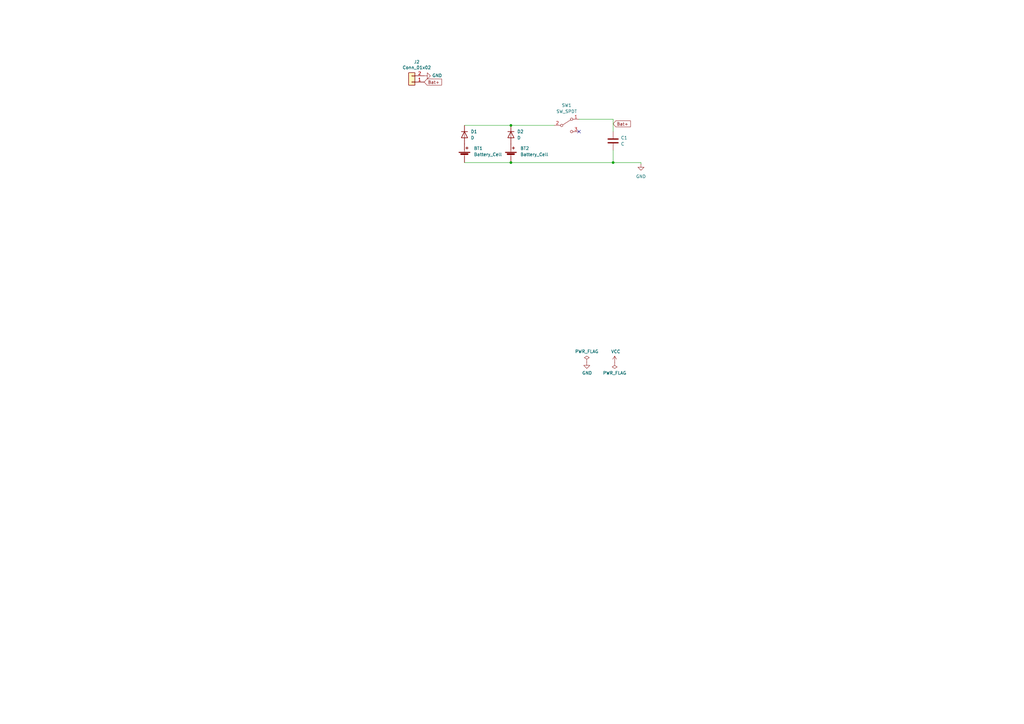
<source format=kicad_sch>
(kicad_sch (version 20211123) (generator eeschema)
  (paper "A3")
  (lib_symbols
    (symbol "Connector_Generic:Conn_01x02" (pin_names (offset 1.016) hide)
      (property "Reference" "J" (at 0 2.54 0))
      (property "Value" "Conn_01x02" (at 0 -5.08 0))
      (symbol "Conn_01x02_1_1"
        (rectangle (start -1.27 -2.413) (end 0 -2.667) (stroke (width 0.1524)))
        (rectangle (start -1.27 0.127) (end 0 -0.127) (stroke (width 0.1524)))
        (rectangle (start -1.27 1.27) (end 1.27 -3.81) (stroke (width 0.254)) (fill (type background)))
        (pin passive line (at -5.08 0 0) (length 3.81) (name "Pin_1") (number "1"))
        (pin passive line (at -5.08 -2.54 0) (length 3.81) (name "Pin_2") (number "2"))
      )
    )
    (symbol "Device:Battery_Cell" (pin_numbers hide) (pin_names (offset 0) hide)
      (property "Reference" "BT" (at 2.54 2.54 0))
      (property "Value" "Battery_Cell" (at 2.54 0 0))
      (symbol "Battery_Cell_0_1"
        (rectangle (start -2.286 1.778) (end 2.286 1.524) (fill (type outline)))
        (rectangle (start -1.5748 1.1938) (end 1.4732 0.6858) (fill (type outline)))
        (polyline (pts (xy 0 0.762) (xy 0 0)))
        (polyline (pts (xy 0 1.778) (xy 0 2.54)))
        (polyline (pts (xy 0.508 3.429) (xy 1.524 3.429)) (stroke (width 0.254)))
        (polyline (pts (xy 1.016 3.937) (xy 1.016 2.921)) (stroke (width 0.254)))
      )
      (symbol "Battery_Cell_1_1"
        (pin passive line (at 0 5.08 270) (length 2.54) (name "+") (number "1"))
        (pin passive line (at 0 -2.54 90) (length 2.54) (name "-") (number "2"))
      )
    )
    (symbol "Device:C" (pin_numbers hide) (pin_names (offset 0.254))
      (property "Reference" "C" (at 0.635 2.54 0))
      (property "Value" "C" (at 0.635 -2.54 0))
      (symbol "C_0_1"
        (polyline (pts (xy -2.032 -0.762) (xy 2.032 -0.762)) (stroke (width 0.508)))
        (polyline (pts (xy -2.032 0.762) (xy 2.032 0.762)) (stroke (width 0.508)))
      )
      (symbol "C_1_1"
        (pin passive line (at 0 3.81 270) (length 2.794) (name "~") (number "1"))
        (pin passive line (at 0 -3.81 90) (length 2.794) (name "~") (number "2"))
      )
    )
    (symbol "Device:D" (pin_numbers hide) (pin_names (offset 1.016) hide)
      (property "Reference" "D" (at 0 2.54 0))
      (property "Value" "D" (at 0 -2.54 0))
      (symbol "D_0_1"
        (polyline (pts (xy -1.27 1.27) (xy -1.27 -1.27)) (stroke (width 0.254)))
        (polyline (pts (xy 1.27 0) (xy -1.27 0)))
        (polyline (pts (xy 1.27 1.27) (xy 1.27 -1.27) (xy -1.27 0) (xy 1.27 1.27)) (stroke (width 0.254)))
      )
      (symbol "D_1_1"
        (pin passive line (at -3.81 0 0) (length 2.54) (name "K") (number "1"))
        (pin passive line (at 3.81 0 180) (length 2.54) (name "A") (number "2"))
      )
    )
    (symbol "Switch:SW_SPDT" (pin_names (offset 0) hide)
      (property "Reference" "SW" (at 0 4.318 0))
      (property "Value" "SW_SPDT" (at 0 -5.08 0))
      (symbol "SW_SPDT_0_0"
        (circle (center -2.032 0) (radius 0.508))
        (circle (center 2.032 -2.54) (radius 0.508))
      )
      (symbol "SW_SPDT_0_1"
        (polyline (pts (xy -1.524 0.254) (xy 1.651 2.286)))
        (circle (center 2.032 2.54) (radius 0.508))
      )
      (symbol "SW_SPDT_1_1"
        (pin passive line (at 5.08 2.54 180) (length 2.54) (name "A") (number "1"))
        (pin passive line (at -5.08 0 0) (length 2.54) (name "B") (number "2"))
        (pin passive line (at 5.08 -2.54 180) (length 2.54) (name "C") (number "3"))
      )
    )
    (symbol "power:GND" (power) (pin_names (offset 0))
      (property "Value" "GND" (at 0 -3.81 0))
      (symbol "GND_0_1"
        (polyline (pts (xy 0 0) (xy 0 -1.27) (xy 1.27 -1.27) (xy 0 -2.54) (xy -1.27 -1.27) (xy 0 -1.27)))
      )
      (symbol "GND_1_1"
        (pin power_in line (at 0 0 270) (length 0) hide (name "GND") (number "1"))
      )
    )
    (symbol "power:PWR_FLAG" (power) (pin_numbers hide) (pin_names (offset 0) hide)
      (property "Value" "PWR_FLAG" (at 0 3.81 0))
      (symbol "PWR_FLAG_0_0"
        (pin power_out line (at 0 0 90) (length 0) (name "pwr") (number "1"))
      )
      (symbol "PWR_FLAG_0_1"
        (polyline (pts (xy 0 0) (xy 0 1.27) (xy -1.016 1.905) (xy 0 2.54) (xy 1.016 1.905) (xy 0 1.27)))
      )
    )
    (symbol "power:VCC" (power) (pin_names (offset 0))
      (property "Value" "VCC" (at 0 3.81 0))
      (symbol "VCC_0_1"
        (polyline (pts (xy -0.762 1.27) (xy 0 2.54)))
        (polyline (pts (xy 0 0) (xy 0 2.54)))
        (polyline (pts (xy 0 2.54) (xy 0.762 1.27)))
      )
      (symbol "VCC_1_1"
        (pin power_in line (at 0 0 90) (length 0) hide (name "VCC") (number "1"))
      )
    )
  )
  (junction (at 209.55 66.675))
  (junction (at 251.46 66.675))
  (junction (at 209.55 51.435))
  (no_connect (at 237.49 53.975))
  (wire (pts (xy 251.46 48.895) (xy 251.46 53.975)))
  (wire (pts (xy 251.46 66.675) (xy 262.89 66.675)))
  (wire (pts (xy 237.49 48.895) (xy 251.46 48.895)))
  (wire (pts (xy 209.55 51.435) (xy 227.33 51.435)))
  (wire (pts (xy 190.5 66.675) (xy 209.55 66.675)))
  (wire (pts (xy 190.5 51.435) (xy 209.55 51.435)))
  (wire (pts (xy 262.89 66.675) (xy 262.89 67.31)))
  (wire (pts (xy 251.46 61.595) (xy 251.46 66.675)))
  (wire (pts (xy 209.55 66.675) (xy 251.46 66.675)))
  (global_label "Bat+" (shape input) (at 251.46 50.8 0) (property "Intersheet References" "${INTERSHEET_REFS}" (effects hide)))
  (global_label "Bat+" (shape input) (at 173.99 33.655 0) (property "Intersheet References" "${INTERSHEET_REFS}" (effects hide)))
  (symbol (lib_id "power:PWR_FLAG") (at 240.665 148.59 0) (unit 1)
    (property "Reference" "#FLG01" (effects hide))
    (property "Value" "PWR_FLAG" (at 240.665 144.1704 0))
  )
  (symbol (lib_id "power:PWR_FLAG") (at 252.095 148.59 180) (unit 1)
    (property "Reference" "#FLG02" (effects hide))
    (property "Value" "PWR_FLAG" (at 252.095 152.9842 0))
  )
  (symbol (lib_id "power:GND") (at 240.665 148.59 0) (unit 1)
    (property "Reference" "#PWR09" (effects hide))
    (property "Value" "GND" (at 240.792 152.9842 0))
  )
  (symbol (lib_id "power:VCC") (at 252.095 148.59 0) (unit 1)
    (property "Reference" "#PWR010" (effects hide))
    (property "Value" "VCC" (at 252.5268 144.1958 0))
  )
  (symbol (lib_id "Connector_Generic:Conn_01x02") (at 168.91 33.655 180) (unit 1)
    (property "Reference" "J2" (at 170.942 25.4 0))
    (property "Value" "Conn_01x02" (at 170.942 27.7114 0))
    (property "Footprint" "kbd_Parts:Battery_BMP_2pin" (effects hide))
  )
  (symbol (lib_id "power:GND") (at 173.99 31.115 90) (unit 1)
    (property "Reference" "#PWR08" (effects hide))
    (property "Value" "GND" (at 177.2412 30.988 90) (effects (justify right)))
  )
  (symbol (lib_id "Switch:SW_SPDT") (at 232.41 51.435 0) (unit 1)
    (property "Reference" "SW1" (at 232.41 43.18 0))
    (property "Value" "SW_SPDT" (at 232.41 45.72 0))
    (property "Footprint" "kbd_Parts:TGSW_MSK-12D19" (effects hide))
  )
  (symbol (lib_id "Device:D") (at 209.55 55.245 270) (unit 1)
    (property "Reference" "D2" (at 212.09 53.9749 90) (effects (justify left)))
    (property "Value" "D" (at 212.09 56.5149 90) (effects (justify left)))
    (property "Footprint" "kbd_Parts:Diode_SMD" (effects hide))
  )
  (symbol (lib_id "Device:Battery_Cell") (at 190.5 64.135 0) (unit 1)
    (property "Reference" "BT1" (at 194.31 60.8329 0) (effects (justify left)))
    (property "Value" "Battery_Cell" (at 194.31 63.3729 0) (effects (justify left)))
    (property "Footprint" "kbd_Parts:Battery_ali_CR1632" (effects hide))
  )
  (symbol (lib_id "Device:Battery_Cell") (at 209.55 64.135 0) (unit 1)
    (property "Reference" "BT2" (at 213.36 60.8329 0) (effects (justify left)))
    (property "Value" "Battery_Cell" (at 213.36 63.3729 0) (effects (justify left)))
    (property "Footprint" "kbd_Parts:Battery_ali_CR1632" (effects hide))
  )
  (symbol (lib_id "Device:D") (at 190.5 55.245 270) (unit 1)
    (property "Reference" "D1" (at 193.04 53.9749 90) (effects (justify left)))
    (property "Value" "D" (at 193.04 56.5149 90) (effects (justify left)))
    (property "Footprint" "kbd_Parts:Diode_SMD" (effects hide))
  )
  (symbol (lib_id "power:GND") (at 262.89 67.31 0) (unit 1)
    (property "Reference" "#PWR01" (effects hide))
    (property "Value" "GND" (at 262.89 72.39 0))
  )
  (symbol (lib_id "Device:C") (at 251.46 57.785 0) (unit 1)
    (property "Reference" "C1" (at 254.635 56.5149 0) (effects (justify left)))
    (property "Value" "C" (at 254.635 59.0549 0) (effects (justify left)))
    (property "Footprint" "kbd_Parts:Capacitor_1206" (effects hide))
  )
)
</source>
